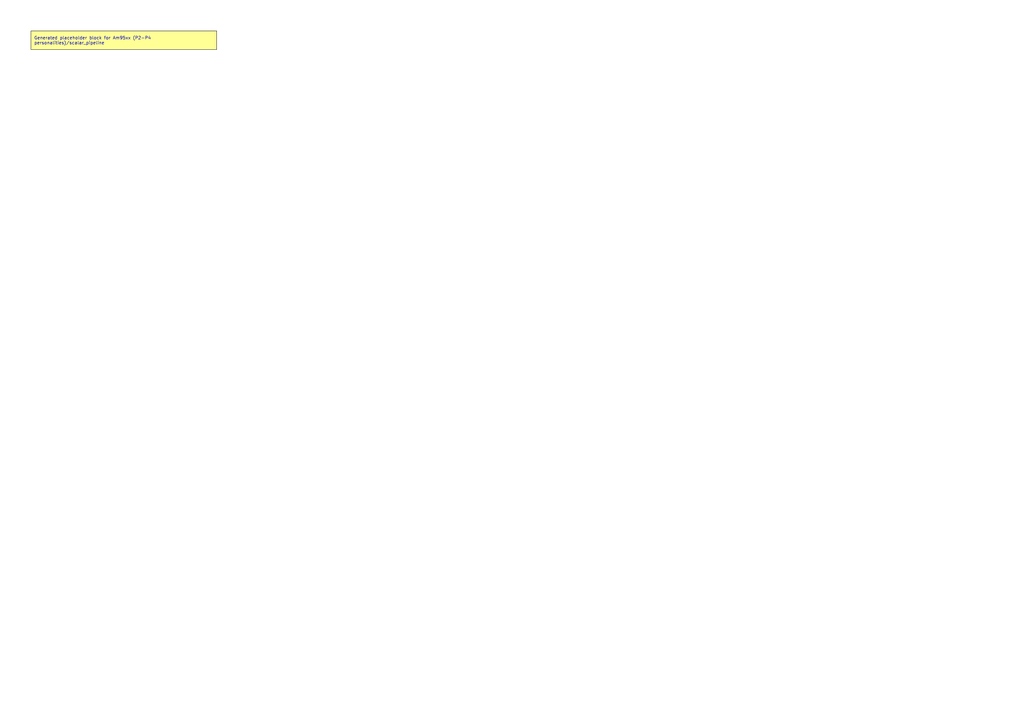
<source format=kicad_sch>
(kicad_sch
	(version 20250114)
	(generator "kicadgen")
	(generator_version "0.2")
	(uuid "f9748bb0-01d0-59ba-9533-20eab89e9af5")
	(paper "A3")
	(title_block
		(title "Am95xx (P2-P4 personalities)::scalar_pipeline")
		(company "Project Carbon")
		(comment 1 "Generated - do not edit in generated/")
		(comment 2 "Edit in schem/kicad9/manual/ or refine mapping specs")
	)
	(lib_symbols)
	(text_box
		"Generated placeholder block for Am95xx (P2-P4 personalities)/scalar_pipeline"
		(exclude_from_sim no)
		(at
			12.7
			12.7
			0
		)
		(size 76.2 7.62)
		(margins
			1.27
			1.27
			1.27
			1.27
		)
		(stroke
			(width 0)
			(type default)
			(color
				0
				0
				0
				1
			)
		)
		(fill
			(type color)
			(color
				255
				255
				150
				1
			)
		)
		(effects
			(font
				(size 1.27 1.27)
			)
			(justify left)
		)
		(uuid "a021c5b9-35f5-5437-9ff9-ce2cd28d622b")
	)
	(sheet_instances
		(path
			"/"
			(page "1")
		)
	)
	(embedded_fonts no)
)

</source>
